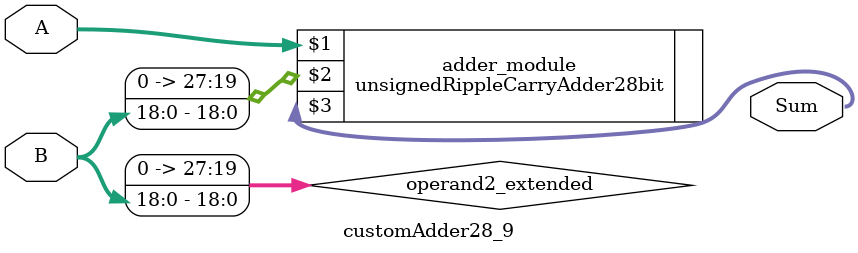
<source format=v>

module customAdder28_9(
                    input [27 : 0] A,
                    input [18 : 0] B,
                    
                    output [28 : 0] Sum
            );

    wire [27 : 0] operand2_extended;
    
    assign operand2_extended =  {9'b0, B};
    
    unsignedRippleCarryAdder28bit adder_module(
        A,
        operand2_extended,
        Sum
    );
    
endmodule
        
</source>
